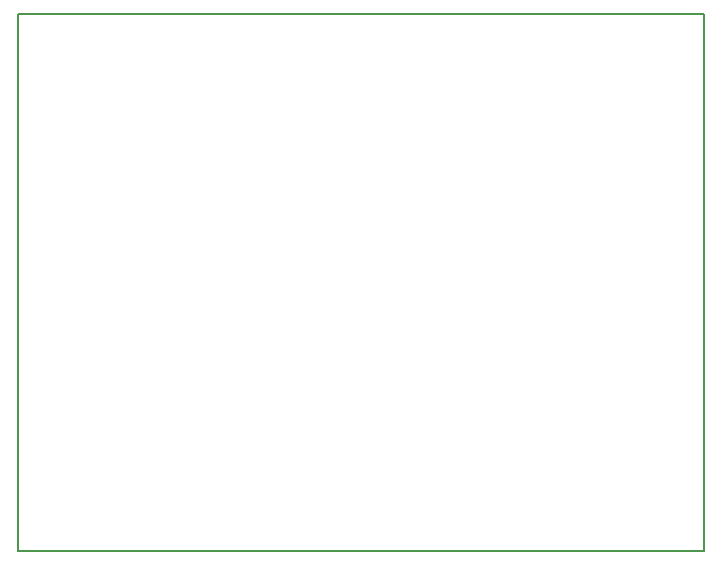
<source format=gbr>
G04 DipTrace 2.1.9.5*
%INBoardOutline.gbr*%
%MOIN*%
%ADD11C,0.006*%
%FSLAX44Y44*%
%SFA1B1*%
%OFA0B0*%
G04*
G70*
G90*
G75*
G01*
%LNBoardOutline*%
%LPD*%
X3940Y21815D2*
D11*
X26815D1*
Y3940D1*
X3940D1*
Y21815D1*
M02*

</source>
